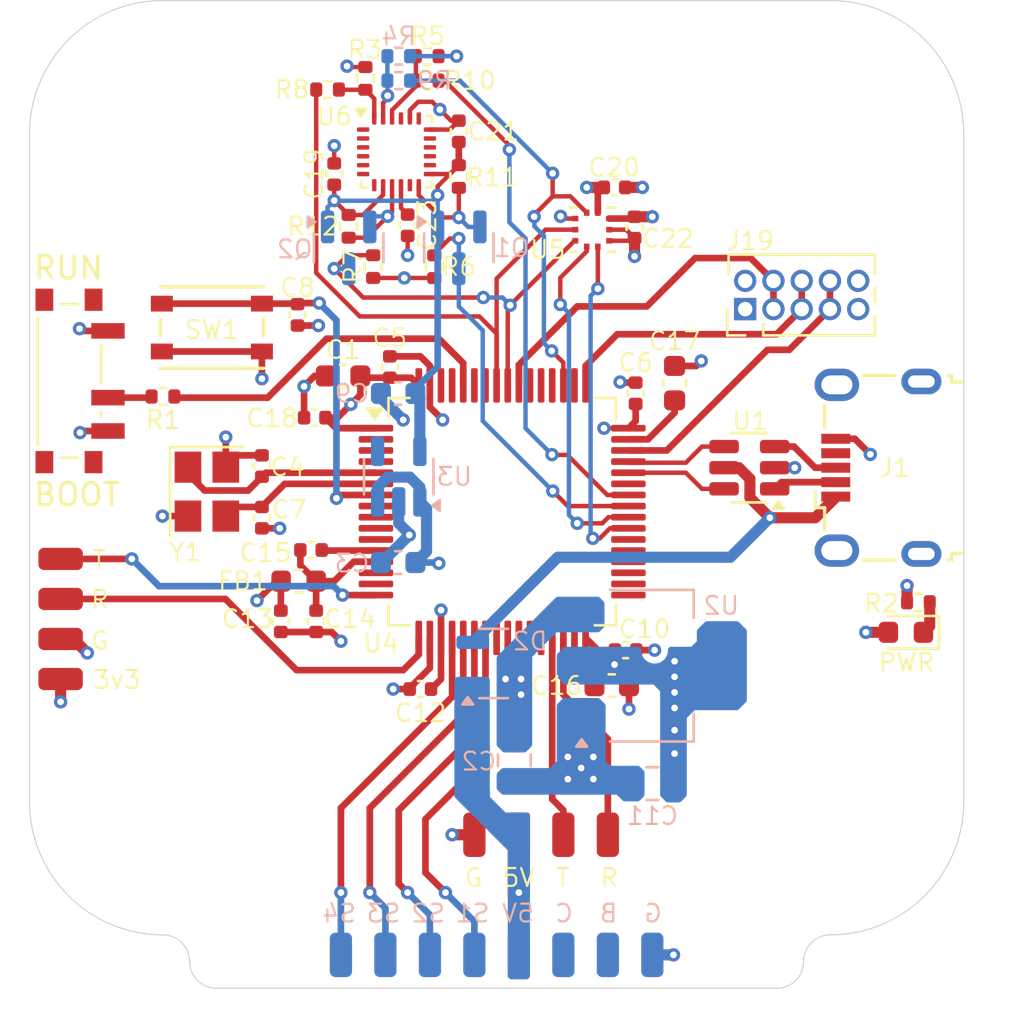
<source format=kicad_pcb>
(kicad_pcb (version 20241229) (generator "pcbnew") (generator_version "9.0")
  (layers (0 "F.Cu" signal) (4 "In1.Cu" signal) (6 "In2.Cu" signal) (2 "B.Cu" signal) (13 "F.Paste" user) (15 "B.Paste" user) (5 "F.SilkS" user "F.Silkscreen") (7 "B.SilkS" user "B.Silkscreen") (1 "F.Mask" user) (3 "B.Mask" user) (25 "Edge.Cuts" user))
  (net 0 "")
  (net 1 "GND")
  (net 2 "/HSE_IN")
  (net 3 "+3V3")
  (net 4 "+3.3VA")
  (net 5 "/HSE_OUT")
  (net 6 "/NRST")
  (net 7 "/V_MAIN")
  (net 8 "+5V")
  (net 9 "VBUS")
  (net 10 "/PWR_LED_K")
  (net 11 "/SW_BOOT0")
  (net 12 "/BOOT0")
  (net 13 "/USB_D+")
  (net 14 "/USB_D-")
  (net 15 "Net-(U4-VCAP_1)")
  (net 16 "Net-(U4-VCAP_2)")
  (net 18 "Net-(J1-D-)")
  (net 20 "Net-(J1-D+)")
  (net 25 "/SWO")
  (net 32 "+1V8")
  (net 42 "/SWDIO")
  (net 43 "/SWCLK")
  (net 46 "/IMU_MISO")
  (net 52 "/MISO")
  (net 57 "/IMU_INT")
  (net 58 "/INT1")
  (net 59 "/IMU_MOSI")
  (net 60 "/MOSI")
  (net 61 "/IMU_SCK")
  (net 62 "/SCK")
  (net 63 "/IMU_CS")
  (net 64 "/CS1")
  (net 66 "/BAT")
  (net 67 "/CRT")
  (net 68 "/S1")
  (net 69 "/S2")
  (net 70 "/S3")
  (net 71 "/S4")
  (net 73 "Net-(U6-REGOUT)")
  (net 75 "/CS2")
  (net 76 "/INT2")
  (net 90 "/GPS_TX")
  (net 91 "/GPS_RX")
  (net 92 "/ELRS_TX")
  (net 93 "/ELRS_RX")
  (footprint "Resistor_SMD:R_0402_1005Metric" (layer "F.Cu") (at 112.2 55.965 90)
    (property "Reference" "R6")
    (property "Value" "4.7k" (hide yes))
  )
  (footprint "Resistor_SMD:R_0402_1005Metric" (layer "F.Cu") (at 113.3 51.91 -90)
    (property "Reference" "R11")
    (property "Value" "4.7k" (hide yes))
  )
  (footprint "Resistor_SMD:R_0402_1005Metric" (layer "F.Cu") (at 109.1 47.5 -90)
    (property "Reference" "R3")
    (property "Value" "4.7k" (hide yes))
  )
  (footprint "Resistor_SMD:R_0402_1005Metric" (layer "F.Cu") (at 100 61.8)
    (property "Reference" "R1")
    (property "Value" "10k" (hide yes))
  )
  (footprint "Resistor_SMD:R_0402_1005Metric" (layer "F.Cu") (at 108.35 54.15 -90)
    (property "Reference" "R12")
    (property "Value" "4.7k" (hide yes))
  )
  (footprint "Connector_USB:USB_Micro-B_Wuerth_629105150521" (layer "F.Cu") (at 132.145 65 90)
    (property "Reference" "J1")
    (property "Value" "USB_B_Micro")
  )
  (footprint "Capacitor_SMD:C_0402_1005Metric" (layer "F.Cu") (at 120.8 73.2)
    (property "Reference" "C10")
    (property "Value" "100n" (hide yes))
  )
  (footprint "Resistor_SMD:R_0402_1005Metric" (layer "F.Cu") (at 133.96 71.05 180)
    (property "Reference" "R2")
    (property "Value" "1.5k" (hide yes))
  )
  (footprint "Button_Switch_SMD:SW_SPDT_PCM12" (layer "F.Cu") (at 96.1 61.1 -90)
    (property "Reference" "SW2" (hide yes))
    (property "Value" "SW_SPDT" (hide yes))
  )
  (footprint "Capacitor_SMD:C_0402_1005Metric" (layer "F.Cu") (at 107.7 51.8 90)
    (property "Reference" "C19")
    (property "Value" "100n" (hide yes))
  )
  (footprint "Capacitor_SMD:C_0402_1005Metric" (layer "F.Cu") (at 106.6575 68.7)
    (property "Reference" "C15")
    (property "Value" "1u" (hide yes))
  )
  (footprint "Sensor_Motion:InvenSense_QFN-24_3x3mm_P0.4mm" (layer "F.Cu") (at 110.5 50.8)
    (property "Reference" "U6")
    (property "Value" "ICM-20948" (hide yes))
  )
  (footprint "MountingHole:MountingHole_4mm" (layer "F.Cu") (at 100 50)
    (property "Reference" "H1" (hide yes))
    (property "Value" "MountingHole" (hide yes))
  )
  (footprint "Inductor_SMD:L_0603_1608Metric" (layer "F.Cu") (at 106.1 70.1 180)
    (property "Reference" "FB1")
    (property "Value" "120R @ 100MHz" (hide yes))
  )
  (footprint "Capacitor_SMD:C_0402_1005Metric" (layer "F.Cu") (at 106.8875 71.905 -90)
    (property "Reference" "C14")
    (property "Value" "10n" (hide yes))
  )
  (footprint "Connector_Wire:SolderWirePad_1x01_SMD_1x2mm" (layer "F.Cu") (at 114 81.5 180)
    (property "Reference" "J16" (hide yes))
    (property "Value" "GND" (hide yes))
  )
  (footprint "Connector_Wire:SolderWirePad_1x01_SMD_1x2mm" (layer "F.Cu") (at 95.4 74.5 -90)
    (property "Reference" "J11" (hide yes))
    (property "Value" "GPS_V_{IN}" (hide yes))
  )
  (footprint "Capacitor_SMD:C_0603_1608Metric" (layer "F.Cu") (at 123 61.2 90)
    (property "Reference" "C17")
    (property "Value" "2u2" (hide yes))
  )
  (footprint "Capacitor_SMD:C_0402_1005Metric" (layer "F.Cu") (at 106.05 58.13 -90)
    (property "Reference" "C8")
    (property "Value" "100n" (hide yes))
  )
  (footprint "Capacitor_SMD:C_0402_1005Metric" (layer "F.Cu") (at 120.3 52.4)
    (property "Reference" "C20")
    (property "Value" "100n" (hide yes))
  )
  (footprint "Capacitor_SMD:C_0402_1005Metric" (layer "F.Cu") (at 113.3 49.88 90)
    (property "Reference" "C21")
    (property "Value" "100n" (hide yes))
  )
  (footprint "MountingHole:MountingHole_4mm" (layer "F.Cu") (at 130 80)
    (property "Reference" "H4" (hide yes))
    (property "Value" "MountingHole" (hide yes))
  )
  (footprint "Sensor_Pressure:BMP390L" (layer "F.Cu") (at 119.3 54.3)
    (property "Reference" "U5")
    (property "Value" "BMP390L")
  )
  (footprint "Resistor_SMD:R_0402_1005Metric" (layer "F.Cu") (at 107.4 48 180)
    (property "Reference" "R8")
    (property "Value" "4.7k" (hide yes))
  )
  (footprint "Package_QFP:LQFP-64_10x10mm_P0.5mm" (layer "F.Cu") (at 115.25 66.975)
    (property "Reference" "U4")
    (property "Value" "STM32F405RGTx" (hide yes))
  )
  (footprint "Connector_Wire:SolderWirePad_1x01_SMD_1x2mm" (layer "F.Cu") (at 120 81.5 180)
    (property "Reference" "J18" (hide yes))
    (property "Value" "ELRS_RX" (hide yes))
  )
  (footprint "Connector_Wire:SolderWirePad_1x01_SMD_1x2mm" (layer "F.Cu") (at 95.4 69.1 -90)
    (property "Reference" "J12" (hide yes))
    (property "Value" "GPS_TX" (hide yes))
  )
  (footprint "Capacitor_SMD:C_0402_1005Metric" (layer "F.Cu") (at 110.2 60.475 90)
    (property "Reference" "C5")
    (property "Value" "100n" (hide yes))
  )
  (footprint "Capacitor_SMD:C_0402_1005Metric" (layer "F.Cu") (at 111 54.1 -90)
    (property "Reference" "C23")
    (property "Value" "100n" (hide yes))
  )
  (footprint "Connector_Wire:SolderWirePad_1x01_SMD_1x2mm" (layer "F.Cu") (at 118 81.5 180)
    (property "Reference" "J17" (hide yes))
    (property "Value" "ELRS_TX" (hide yes))
  )
  (footprint "Capacitor_SMD:C_0603_1608Metric" (layer "F.Cu") (at 108.1 60.875 180)
    (property "Reference" "C1")
    (property "Value" "4u7" (hide yes))
  )
  (footprint "Capacitor_SMD:C_0402_1005Metric" (layer "F.Cu") (at 111.575 74.95 180)
    (property "Reference" "C12")
    (property "Value" "100n" (hide yes))
  )
  (footprint "LED_SMD:LED_0603_1608Metric" (layer "F.Cu") (at 133.4 72.4 180)
    (property "Reference" "D1" (hide yes))
    (property "Value" "RED" (hide yes))
  )
  (footprint "Resistor_SMD:R_0402_1005Metric" (layer "F.Cu") (at 109.45 55.96 90)
    (property "Reference" "R7")
    (property "Value" "4.7k" (hide yes))
  )
  (footprint "Capacitor_SMD:C_0402_1005Metric" (layer "F.Cu") (at 106.825 62.75 180)
    (property "Reference" "C18")
    (property "Value" "1u" (hide yes))
  )
  (footprint "Resistor_SMD:R_0402_1005Metric" (layer "F.Cu") (at 111.88 47.6)
    (property "Reference" "R10")
    (property "Value" "4.7k" (hide yes))
  )
  (footprint "Capacitor_SMD:C_0402_1005Metric" (layer "F.Cu") (at 121.25 61.655 90)
    (property "Reference" "C6")
    (property "Value" "100n" (hide yes))
  )
  (footprint "Button_Switch_SMD:SW4_PTS815 SJM 250 SMTR LFS_CNK" (layer "F.Cu") (at 102.2 58.7)
    (property "Reference" "SW1")
    (property "Value" "PTS815SJM" (hide yes))
  )
  (footprint "Capacitor_SMD:C_0402_1005Metric" (layer "F.Cu") (at 105.3 71.905 -90)
    (property "Reference" "C13")
    (property "Value" "100n" (hide yes))
  )
  (footprint "Capacitor_SMD:C_0402_1005Metric" (layer "F.Cu") (at 104.45 67.245 -90)
    (property "Reference" "C7")
    (property "Value" "10p" (hide yes))
  )
  (footprint "MountingHole:MountingHole_4mm" (layer "F.Cu") (at 130 50)
    (property "Reference" "H2" (hide yes))
    (property "Value" "MountingHole" (hide yes))
  )
  (footprint "MountingHole:MountingHole_4mm" (layer "F.Cu") (at 100 80)
    (property "Reference" "H3" (hide yes))
    (property "Value" "MountingHole" (hide yes))
  )
  (footprint "Capacitor_SMD:C_0402_1005Metric" (layer "F.Cu") (at 104.45 64.925 90)
    (property "Reference" "C4")
    (property "Value" "10p" (hide yes))
  )
  (footprint "Crystal:Crystal_SMD_3225-4Pin_3.2x2.5mm" (layer "F.Cu") (at 101.975 66.075 -90)
    (property "Reference" "Y1")
    (property "Value" "8MHz" (hide yes))
  )
  (footprint "Resistor_SMD:R_0402_1005Metric" (layer "F.Cu") (at 111.88 46.5 180)
    (property "Reference" "R5")
    (property "Value" "4.7k" (hide yes))
  )
  (footprint "Capacitor_SMD:C_0603_1608Metric" (layer "F.Cu") (at 120.175 74.8)
    (property "Reference" "C16")
    (property "Value" "2u2" (hide yes))
  )
  (footprint "Package_TO_SOT_SMD:SOT-23-6" (layer "F.Cu") (at 126.3625 65 180)
    (property "Reference" "U1")
    (property "Value" "USBLC6-2SC6" (hide yes))
  )
  (footprint "Connector_Wire:SolderWirePad_1x01_SMD_1x2mm" (layer "F.Cu") (at 116 81.5 180)
    (property "Reference" "J15" (hide yes))
    (property "Value" "ELRS_V_{IN}" (hide yes))
  )
  (footprint "Capacitor_SMD:C_0402_1005Metric" (layer "F.Cu") (at 121.2 54.2 -90)
    (property "Reference" "C22")
    (property "Value" "100n" (hide yes))
  )
  (footprint "Connector_Wire:SolderWirePad_1x01_SMD_1x2mm" (layer "F.Cu") (at 95.4 70.9 -90)
    (property "Reference" "J14" (hide yes))
    (property "Value" "GPS_RX" (hide yes))
  )
  (footprint "Connector_Wire:SolderWirePad_1x01_SMD_1x2mm" (layer "F.Cu") (at 95.4 72.7 -90)
    (property "Reference" "J13" (hide yes))
    (property "Value" "GND" (hide yes))
  )
  (footprint "Connector_PinHeader_1.27mm:PinHeader_2x05_P1.27mm_Vertical" (layer "F.Cu") (at 126.175 57.87 90)
    (property "Reference" "J19")
    (property "Value" "Conn_02x05_Odd_Even" (hide yes))
  )
  (footprint "Connector_Wire:SolderWirePad_1x01_SMD_1x2mm" (layer "B.Cu") (at 112 86.9 180)
    (property "Reference" "J7" (hide yes))
    (property "Value" "S2" (hide yes))
  )
  (footprint "Connector_Wire:SolderWirePad_1x01_SMD_1x2mm" (layer "B.Cu") (at 114 86.9 180)
    (property "Reference" "J6" (hide yes))
    (property "Value" "S1" (hide yes))
  )
  (footprint "Connector_Wire:SolderWirePad_1x01_SMD_1x2mm" (layer "B.Cu") (at 118 86.9 180)
    (property "Reference" "J4" (hide yes))
    (property "Value" "CRT" (hide yes))
  )
  (footprint "Capacitor_SMD:C_0805_2012Metric" (layer "B.Cu") (at 122 79.2 180)
    (property "Reference" "C11")
    (property "Value" "22u" (hide yes))
  )
  (footprint "Capacitor_SMD:C_0603_1608Metric" (layer "B.Cu") (at 110.575 61.6625 180)
    (property "Reference" "C9")
    (property "Value" "1u" (hide yes))
  )
  (footprint "Resistor_SMD:R_0402_1005Metric" (layer "B.Cu") (at 110.6 47.6)
    (property "Reference" "R9")
    (property "Value" "4.7k" (hide yes))
  )
  (footprint "Connector_Wire:SolderWirePad_1x01_SMD_1x2mm" (layer "B.Cu") (at 108 86.9 180)
    (property "Reference" "J9" (hide yes))
    (property "Value" "S4" (hide yes))
  )
  (footprint "Package_TO_SOT_SMD:SOT-23" (layer "B.Cu") (at 108.35 55.1125 -90)
    (property "Reference" "Q2")
    (property "Value" "IRLML6244" (hide yes))
  )
  (footprint "Capacitor_SMD:C_0805_2012Metric" (layer "B.Cu") (at 115.8 78.15 -90)
    (property "Reference" "C2")
    (property "Value" "22u" (hide yes))
  )
  (footprint "Package_TO_SOT_SMD:SOT-23" (layer "B.Cu") (at 114.8625 73.8)
    (property "Reference" "D2")
    (property "Value" "BAT54C" (hide yes))
  )
  (footprint "Connector_Wire:SolderWirePad_1x01_SMD_1x2mm" (layer "B.Cu") (at 110 86.9 180)
    (property "Reference" "J8" (hide yes))
    (property "Value" "S3" (hide yes))
  )
  (footprint "Package_TO_SOT_SMD:SOT-23" (layer "B.Cu") (at 113.3 55.1125 -90)
    (property "Reference" "Q1")
    (property "Value" "IRLML6244" (hide yes))
  )
  (footprint "Connector_Wire:SolderWirePad_1x01_SMD_1x2mm" (layer "B.Cu") (at 120 86.9 180)
    (property "Reference" "J3" (hide yes))
    (property "Value" "BAT" (hide yes))
  )
  (footprint "Package_TO_SOT_SMD:SOT-223-3_TabPin2" (layer "B.Cu") (at 121.95 73.9)
    (property "Reference" "U2")
    (property "Value" "AMS1117-3.3" (hide yes))
  )
  (footprint "Package_TO_SOT_SMD:SOT-23-5" (layer "B.Cu") (at 110.6 65.4 90)
    (property "Reference" "U3")
    (property "Value" "TLV70018" (hide yes))
  )
  (footprint "Capacitor_SMD:C_0603_1608Metric" (layer "B.Cu") (at 110.575 69.2625 180)
    (property "Reference" "C3")
    (property "Value" "1u" (hide yes))
  )
  (footprint "Connector_Wire:SolderWirePad_1x01_SMD_1x2mm" (layer "B.Cu") (at 116 86.9 180)
    (property "Reference" "J5" (hide yes))
    (property "Value" "5V" (hide yes))
  )
  (footprint "Resistor_SMD:R_0402_1005Metric" (layer "B.Cu") (at 110.6 46.5 180)
    (property "Reference" "R4")
    (property "Value" "4.7k" (hide yes))
  )
  (footprint "Connector_Wire:SolderWirePad_1x01_SMD_1x2mm" (layer "B.Cu") (at 122 86.9 180)
    (property "Reference" "J2" (hide yes))
    (property "Value" "GND" (hide yes))
  )
  (gr_line (start 94 50) (end 94 80) (stroke (width 0.05)) (layer "Edge.Cuts"))
  (gr_line (start 102.4 88.4) (end 127.6 88.4) (stroke (width 0.05)) (layer "Edge.Cuts"))
  (gr_arc (start 94 50) (mid 95.757359 45.757359) (end 100 44) (stroke (width 0.05)) (layer "Edge.Cuts"))
  (gr_arc (start 130 44) (mid 134.242641 45.757359) (end 136 50) (stroke (width 0.05)) (layer "Edge.Cuts"))
  (gr_arc (start 100 86) (mid 100.848528 86.351472) (end 101.2 87.2) (stroke (width 0.05)) (layer "Edge.Cuts"))
  (gr_arc (start 136 80) (mid 134.242641 84.242641) (end 130 86) (stroke (width 0.05)) (layer "Edge.Cuts"))
  (gr_line (start 136 80) (end 136 50) (stroke (width 0.05)) (layer "Edge.Cuts"))
  (gr_arc (start 128.8 87.2) (mid 129.151472 86.351472) (end 130 86) (stroke (width 0.05)) (layer "Edge.Cuts"))
  (gr_arc (start 100 86) (mid 95.757359 84.242641) (end 94 80) (stroke (width 0.05)) (layer "Edge.Cuts"))
  (gr_arc (start 128.8 87.2) (mid 128.448528 88.048528) (end 127.6 88.4) (stroke (width 0.05)) (layer "Edge.Cuts"))
  (gr_line (start 130 44) (end 100 44) (stroke (width 0.05)) (layer "Edge.Cuts"))
  (gr_arc (start 102.4 88.4) (mid 101.551472 88.048528) (end 101.2 87.2) (stroke (width 0.05)) (layer "Edge.Cuts"))
  (gr_text "T" (at 117.6 83.9 0) (layer "F.SilkS") (effects (font (size 0.8 0.8) (thickness 0.1)) (justify left bottom)))
  (gr_text "G" (at 96.7 73.25 0) (layer "F.SilkS") (effects (font (size 0.8 0.8) (thickness 0.1)) (justify left bottom)))
  (gr_text "R" (at 119.6 83.9 0) (layer "F.SilkS") (effects (font (size 0.8 0.8) (thickness 0.1)) (justify left bottom)))
  (gr_text "R" (at 96.7 71.4 0) (layer "F.SilkS") (effects (font (size 0.8 0.8) (thickness 0.1)) (justify left bottom)))
  (gr_text "3v3" (at 96.8 75 0) (layer "F.SilkS") (effects (font (size 0.8 0.8) (thickness 0.1)) (justify left bottom)))
  (gr_text "T" (at 96.75 69.6 0) (layer "F.SilkS") (effects (font (size 0.8 0.8) (thickness 0.1)) (justify left bottom)))
  (gr_text "5V\n" (at 115.2 83.9 0) (layer "F.SilkS") (effects (font (size 0.8 0.8) (thickness 0.1)) (justify left bottom)))
  (gr_text "PWR" (at 132.1 74.225 0) (layer "F.SilkS") (effects (font (size 0.8 0.8) (thickness 0.1)) (justify left bottom)))
  (gr_text "RUN" (at 94.1 56.6 0) (layer "F.SilkS") (effects (font (size 1 1)) (justify left bottom)))
  (gr_text "G" (at 113.5 83.9 0) (layer "F.SilkS") (effects (font (size 0.8 0.8) (thickness 0.1)) (justify left bottom)))
  (gr_text "BOOT" (at 94.1 66.8 0) (layer "F.SilkS") (effects (font (size 1 1)) (justify left bottom)))
  (gr_text "S3" (at 110.75 85.5 0) (layer "B.SilkS") (effects (font (size 0.8 0.8) (thickness 0.1)) (justify left bottom mirror)))
  (gr_text "B" (at 120.5 85.5 0) (layer "B.SilkS") (effects (font (size 0.8 0.8) (thickness 0.1)) (justify left bottom mirror)))
  (gr_text "5V" (at 116.75 85.5 0) (layer "B.SilkS") (effects (font (size 0.8 0.8) (thickness 0.1)) (justify left bottom mirror)))
  (gr_text "C" (at 118.5 85.5 0) (layer "B.SilkS") (effects (font (size 0.8 0.8) (thickness 0.1)) (justify left bottom mirror)))
  (gr_text "S1" (at 114.75 85.5 0) (layer "B.SilkS") (effects (font (size 0.8 0.8) (thickness 0.1)) (justify left bottom mirror)))
  (gr_text "S4" (at 108.75 85.5 0) (layer "B.SilkS") (effects (font (size 0.8 0.8) (thickness 0.1)) (justify left bottom mirror)))
  (gr_text "S2" (at 112.75 85.5 0) (layer "B.SilkS") (effects (font (size 0.8 0.8) (thickness 0.1)) (justify left bottom mirror)))
  (gr_text "G" (at 122.5 85.5 -0) (layer "B.SilkS") (effects (font (size 0.8 0.8) (thickness 0.1)) (justify left bottom mirror)))
  (segment (start 112.1 48.55) (end 111.477226 48.55) (width 0.2) (layer "F.Cu") (net 1))
  (segment (start 109.575 68.725) (end 107.2375 68.725) (width 0.3) (layer "F.Cu") (net 1))
  (segment (start 107.585 72.385) (end 108 72.8) (width 0.3) (layer "F.Cu") (net 1))
  (segment (start 106.99 58.61) (end 106.05 58.61) (width 0.3) (layer "F.Cu") (net 1))
  (segment (start 105.25 67.725) (end 104.45 67.725) (width 0.3) (layer "F.Cu") (net 1))
  (segment (start 112.45 48.9) (end 112.1 48.55) (width 0.2) (layer "F.Cu") (net 1))
  (segment (start 112 61.3) (end 112 62.275) (width 0.3) (layer "F.Cu") (net 1))
  (segment (start 105.3 72.385) (end 106.8875 72.385) (width 0.3) (layer "F.Cu") (net 1))
  (segment (start 110.454534 68.725) (end 109.575 68.725) (width 0.3) (layer "F.Cu") (net 1))
  (segment (start 96.6 73.325) (end 95.975 72.7) (width 0.5) (layer "F.Cu") (net 1))
  (segment (start 123 60.425) (end 123.975 60.425) (width 0.3) (layer "F.Cu") (net 1))
  (segment (start 99.949999 59.774999) (end 104.450001 59.774999) (width 0.3) (layer "F.Cu") (net 1))
  (segment (start 111.095 74.90174) (end 111.59837 74.39837) (width 0.3) (layer "F.Cu") (net 1))
  (segment (start 121.08 54.8) (end 121.2 54.68) (width 0.2) (layer "F.Cu") (net 1))
  (segment (start 111.1 68.079534) (end 110.454534 68.725) (width 0.3) (layer "F.Cu") (net 1))
  (segment (start 110.35 74.95) (end 111.095 74.95) (width 0.3) (layer "F.Cu") (net 1))
  (segment (start 122.1 73.2) (end 121.28 73.2) (width 0.3) (layer "F.Cu") (net 1))
  (segment (start 120.575 61.175) (end 121.25 61.175) (width 0.3) (layer "F.Cu") (net 1))
  (segment (start 112 72.65) (end 112 74) (width 0.3) (layer "F.Cu") (net 1))
  (segment (start 111.477226 48.55) (end 111.1 48.927226) (width 0.2) (layer "F.Cu") (net 1))
  (segment (start 112.95 49.4) (end 112.45 48.9) (width 0.2) (layer "F.Cu") (net 1))
  (segment (start 121.2 55.5) (end 121.2 54.68) (width 0.5) (layer "F.Cu") (net 1))
  (segment (start 109.1 46.99) (end 108.315 46.99) (width 0.2) (layer "F.Cu") (net 1))
  (segment (start 120.0625 54.8) (end 121.08 54.8) (width 0.2) (layer "F.Cu") (net 1))
  (segment (start 99.975 67.175) (end 101.125 67.175) (width 0.3) (layer "F.Cu") (net 1))
  (segment (start 112 49.8) (end 112.9 49.8) (width 0.2) (layer "F.Cu") (net 1))
  (segment (start 131.1 63.7) (end 131.8 64.4) (width 0.3) (layer "F.Cu") (net 1))
  (segment (start 111.1 68.05) (end 111.1 68.079534) (width 0.3) (layer "F.Cu") (net 1))
  (segment (start 104.450001 61) (end 104.450001 59.774999) (width 0.3) (layer "F.Cu") (net 1))
  (segment (start 120.78 52.4) (end 121.55 52.4) (width 0.5) (layer "F.Cu") (net 1))
  (segment (start 114 81.5) (end 113 81.5) (width 0.5) (layer "F.Cu") (net 1))
  (segment (start 120.0625 54.3) (end 120.82 54.3) (width 0.2) (layer "F.Cu") (net 1))
  (segment (start 112 74) (end 111.6 74.4) (width 0.3) (layer "F.Cu") (net 1))
  (segment (start 120.82 54.3) (end 121.2 54.68) (width 0.2) (layer "F.Cu") (net 1))
  (segment (start 111.095 74.95) (end 111.095 74.90174) (width 0.3) (layer "F.Cu") (net 1))
  (segment (start 96.35 58.85) (end 97.53 58.85) (width 0.3) (layer "F.Cu") (net 1))
  (segment (start 111.574534 59.995) (end 112 60.420466) (width 0.3) (layer "F.Cu") (net 1))
  (segment (start 120.55 61.15) (end 120.575 61.175) (width 0.3) (layer "F.Cu") (net 1))
  (segment (start 130.245 63.7) (end 131.1 63.7) (width 0.3) (layer "F.Cu") (net 1))
  (segment (start 108.315 46.99) (end 108.275 46.95) (width 0.2) (layer "F.Cu") (net 1))
  (segment (start 113.3 49.4) (end 112.95 49.4) (width 0.2) (layer "F.Cu") (net 1))
  (segment (start 106.345 61.345) (end 106.815 60.875) (width 0.3) (layer "F.Cu") (net 1))
  (segment (start 128.398762 65.000001) (end 128.398761 65) (width 0.3) (layer "F.Cu") (net 1))
  (segment (start 95.975 72.7) (end 95.4 72.7) (width 0.5) (layer "F.Cu") (net 1))
  (segment (start 112.9 49.8) (end 113.3 49.4) (width 0.2) (layer "F.Cu") (net 1))
  (segment (start 112 62.275) (end 112.575 62.85) (width 0.3) (layer "F.Cu") (net 1))
  (segment (start 96.25 58.75) (end 96.35 58.85) (width 0.3) (layer "F.Cu") (net 1))
  (segment (start 117.975 53.8) (end 118.5375 53.8) (width 0.2) (layer "F.Cu") (net 1))
  (segment (start 111 54.58) (end 111 55.45) (width 0.2) (layer "F.Cu") (net 1))
  (segment (start 111.075 68.025) (end 111.1 68.05) (width 0.3) (layer "F.Cu") (net 1))
  (segment (start 112.39 46.5) (end 113.2 46.5) (width 0.2) (layer "F.Cu") (net 1))
  (segment (start 106.8875 72.385) (end 107.585 72.385) (width 0.3) (layer "F.Cu") (net 1))
  (segment (start 123.975 60.425) (end 124.2 60.2) (width 0.3) (layer "F.Cu") (net 1))
  (segment (start 120.95 75.85) (end 120.95 74.8) (width 0.3) (layer "F.Cu") (net 1))
  (segment (start 104.45 64.445) (end 103.355 64.445) (width 0.3) (layer "F.Cu") (net 1))
  (segment (start 106.345 61.345) (end 106.345 62.75) (width 0.3) (layer "F.Cu") (net 1))
  (segment (start 112 61.3) (end 112 60.420466) (width 0.3) (layer "F.Cu") (net 1))
  (segment (start 117.875 53.7) (end 117.975 53.8) (width 0.2) (layer "F.Cu") (net 1))
  (segment (start 106.815 60.875) (end 107.325 60.875) (width 0.3) (layer "F.Cu") (net 1))
  (segment (start 110.2 59.995) (end 111.574534 59.995) (width 0.3) (layer "F.Cu") (net 1))
  (segment (start 107.2375 68.725) (end 107.1375 68.625) (width 0.3) (layer "F.Cu") (net 1))
  (segment (start 111.1 48.927226) (end 111.1 49.3) (width 0.2) (layer "F.Cu") (net 1))
  (segment (start 103.355 64.445) (end 102.825 64.975) (width 0.3) (layer "F.Cu") (net 1))
  (segment (start 107.7 51.32) (end 107.7 50.525) (width 0.2) (layer "F.Cu") (net 1))
  (segment (start 102.825 63.625) (end 102.825 64.975) (width 0.3) (layer "F.Cu") (net 1))
  (segment (start 133.45 70.3) (end 133.45 71.05) (width 0.5) (layer "F.Cu") (net 1))
  (segment (start 128.398761 65) (end 127.5 65) (width 0.3) (layer "F.Cu") (net 1))
  (via (at 118.2 78) (size 0.6) (drill 0.3) (layers "F.Cu" "B.Cu") (net 1))
  (via (at 119.35 78) (size 0.6) (drill 0.3) (layers "F.Cu" "B.Cu") (net 1))
  (via (at 120.55 61.15) (size 0.6) (drill 0.3) (layers "F.Cu" "B.Cu") (net 1))
  (via (at 124.2 60.2) (size 0.6) (drill 0.3) (layers "F.Cu" "B.Cu") (net 1))
  (via (at 112.575 62.85) (size 0.6) (drill 0.3) (layers "F.Cu" "B.Cu") (net 1))
  (via (at 102.825 63.625) (size 0.6) (drill 0.3) (layers "F.Cu" "B.Cu") (net 1))
  (via (at 108.275 46.95) (size 0.6) (drill 0.3) (layers "F.Cu" "B.Cu") (net 1))
  (via (at 106.99 58.61) (size 0.6) (drill 0.3) (layers "F.Cu" "B.Cu") (net 1))
  (via (at 117.875 53.7) (size 0.6) (drill 0.3) (layers "F.Cu" "B.Cu") (net 1))
  (via (at 110.35 74.95) (size 0.6) (drill 0.3) (layers "F.Cu" "B.Cu") (net 1))
  (via (at 118.8 78.5) (size 0.6) (drill 0.3) (layers "F.Cu" "B.Cu") (net 1))
  (via (at 122.95 86.9) (size 0.6) (drill 0.3) (layers "F.Cu" "B.Cu") (net 1))
  (via (at 133.45 70.3) (size 0.6) (drill 0.3) (layers "F.Cu" "B.Cu") (net 1))
  (via (at 111 55.45) (size 0.6) (drill 0.3) (layers "F.Cu" "B.Cu") (net 1))
  (via (at 118.2 79) (size 0.6) (drill 0.3) (layers "F.Cu" "B.Cu") (net 1))
  (via (at 111.075 68.025) (size 0.6) (drill 0.3) (layers "F.Cu" "B.Cu") (net 1))
  (via (at 112.45 48.9) (size 0.6) (drill 0.3) (layers "F.Cu" "B.Cu") (net 1))
  (via (at 131.8 64.4) (size 0.6) (drill 0.3) (layers "F.Cu" "B.Cu") (net 1))
  (via (at 105.25 67.725) (size 0.6) (drill 0.3) (layers "F.Cu" "B.Cu") (net 1))
  (via (at 121.2 55.5) (size 0.6) (drill 0.3) (layers "F.Cu" "B.Cu") (net 1))
  (via (at 96.6 73.325) (size 0.6) (drill 0.3) (layers "F.Cu" "B.Cu") (net 1))
  (via (at 106.345 61.345) (size 0.6) (drill 0.3) (layers "F.Cu" "B.Cu") (net 1))
  (via (at 96.25 58.75) (size 0.6) (drill 0.3) (layers "F.Cu" "B.Cu") (net 1))
  (via (at 107.7 50.525) (size 0.6) (drill 0.3) (layers "F.Cu" "B.Cu") (net 1))
  (via (at 120.95 75.85) (size 0.6) (drill 0.3) (layers "F.Cu" "B.Cu") (net 1))
  (via (at 113 81.5) (size 0.6) (drill 0.3) (layers "F.Cu" "B.Cu") (net 1))
  (via (at 113.2 46.5) (size 0.6) (drill 0.3) (layers "F.Cu" "B.Cu") (net 1))
  (via (at 108 72.8) (size 0.6) (drill 0.3) (layers "F.Cu" "B.Cu") (net 1))
  (via (at 128.398762 65.000001) (size 0.6) (drill 0.3) (layers "F.Cu" "B.Cu") (net 1))
  (via (at 122.1 73.2) (size 0.6) (drill 0.3) (layers "F.Cu" "B.Cu") (net 1))
  (via (at 99.975 67.175) (size 0.6) (drill 0.3) (layers "F.Cu" "B.Cu") (net 1))
  (via (at 119.35 79) (size 0.6) (drill 0.3) (layers "F.Cu" "B.Cu") (net 1))
  (via (at 110.8 62.85) (size 0.6) (drill 0.3) (layers "F.Cu" "B.Cu") (net 1))
  (via (at 121.55 52.4) (size 0.6) (drill 0.3) (layers "F.Cu" "B.Cu") (net 1))
  (via (at 104.450001 61) (size 0.6) (drill 0.3) (layers "F.Cu" "B.Cu") (net 1))
  (segment (start 110.6 67.5) (end 110.6 66.5375) (width 0.5) (layer "B.Cu") (net 1))
  (segment (start 111.075 68.025) (end 109.8375 69.2625) (width 0.5) (layer "B.Cu") (net 1))
  (segment (start 109.8 61.85) (end 110.8 62.85) (width 0.5) (layer "B.Cu") (net 1))
  (segment (start 109.8 61.6625) (end 109.8 61.85) (width 0.5) (layer "B.Cu") (net 1))
  (segment (start 122.95 86.9) (end 122 86.9) (width 0.5) (layer "B.Cu") (net 1))
  (segment (start 111.075 68.025) (end 111.075 67.975) (width 0.5) (layer "B.Cu") (net 1))
  (segment (start 111.075 67.975) (end 110.6 67.5) (width 0.5) (layer "B.Cu") (net 1))
  (segment (start 109.8375 69.2625) (end 109.8 69.2625) (width 0.5) (layer "B.Cu") (net 1))
  (segment (start 111.11 46.5) (end 113.2 46.5) (width 0.2) (layer "B.Cu") (net 1))
  (segment (start 109.575 65.225) (end 104.63 65.225) (width 0.3) (layer "F.Cu") (net 2))
  (segment (start 104.63 65.225) (end 104.45 65.405) (width 0.3) (layer "F.Cu") (net 2))
  (segment (start 101.874 66.026) (end 103.829 66.026) (width 0.3) (layer "F.Cu") (net 2))
  (segment (start 101.125 65.277) (end 101.874 66.026) (width 0.3) (layer "F.Cu") (net 2))
  (segment (start 103.829 66.026) (end 104.45 65.405) (width 0.3) (layer "F.Cu") (net 2))
  (segment (start 101.125 64.975) (end 101.125 65.277) (width 0.3) (layer "F.Cu") (net 2))
  (segment (start 119.55 73.2) (end 119 72.65) (width 0.3) (layer "F.Cu") (net 3))
  (segment (start 108.955 60.955) (end 108.875 60.875) (width 0.3) (layer "F.Cu") (net 3))
  (segment (start 119.55 53.5375) (end 119.55 52.67) (width 0.3) (layer "F.Cu") (net 3))
  (segment (start 107.78 63.225) (end 107.305 62.75) (width 0.3) (layer "F.Cu") (net 3))
  (segment (start 131.6 72.4) (end 132.6125 72.4) (width 0.5) (layer "F.Cu") (net 3))
  (segment (start 119.825 63.225) (end 120.925 63.225) (width 0.2) (layer "F.Cu") (net 3))
  (segment (start 109.45 56.47) (end 110.85 56.47) (width 0.2) (layer "F.Cu") (net 3))
  (segment (start 95.4 75.525) (end 95.4 74.5) (width 0.5) (layer "F.Cu") (net 3))
  (segment (start 120.32 73.2) (end 119.75 73.2) (width 0.3) (layer "F.Cu") (net 3))
  (segment (start 105.1 70.1) (end 105.3125 70.1) (width 0.3) (layer "F.Cu") (net 3))
  (segment (start 112.5 74.505) (end 112.055 74.95) (width 0.3) (layer "F.Cu") (net 3))
  (segment (start 110.2 60.955) (end 108.955 60.955) (width 0.3) (layer "F.Cu") (net 3))
  (segment (start 122 53.72) (end 121.2 53.72) (width 0.5) (layer "F.Cu") (net 3))
  (segment (start 111.155 60.955) (end 111.5 61.3) (width 0.3) (layer "F.Cu") (net 3))
  (segment (start 107.305 62.75) (end 107.85 62.75) (width 0.3) (layer "F.Cu") (net 3))
  (segment (start 121.25 62.9) (end 120.925 63.225) (width 0.3) (layer "F.Cu") (net 3))
  (segment (start 119.82 52.4) (end 119.05 52.4) (width 0.5) (layer "F.Cu") (net 3))
  (segment (start 105.3 70.1125) (end 105.3125 70.1) (width 0.3) (layer "F.Cu") (net 3))
  (segment (start 110.2 60.955) (end 111.155 60.955) (width 0.3) (layer "F.Cu") (net 3))
  (segment (start 109.575 63.225) (end 107.78 63.225) (width 0.3) (layer "F.Cu") (net 3))
  (segment (start 110.12 60.875) (end 110.2 60.955) (width 0.3) (layer "F.Cu") (net 3))
  (segment (start 110.85 56.47) (end 112.195 56.47) (width 0.2) (layer "F.Cu") (net 3))
  (segment (start 112.14 56.47) (end 112.2 56.41) (width 0.2) (layer "F.Cu") (net 3))
  (segment (start 112.5 72.65) (end 112.5 71.4) (width 0.3) (layer "F.Cu") (net 3))
  (segment (start 120.32 73.2) (end 120.32 73.83) (width 0.2) (layer "F.Cu") (net 3))
  (segment (start 107.85 62.75) (end 108.45 62.15) (width 0.3) (layer "F.Cu") (net 3))
  (segment (start 119.75 73.2) (end 119.55 73.2) (width 0.3) (layer "F.Cu") (net 3))
  (segment (start 120.0625 53.8) (end 121.12 53.8) (width 0.3) (layer "F.Cu") (net 3))
  (segment (start 112.5 72.65) (end 112.5 74.505) (width 0.3) (layer "F.Cu") (net 3))
  (segment (start 112.195 56.47) (end 112.2 56.475) (width 0.2) (layer "F.Cu") (net 3))
  (segment (start 108.875 61.725) (end 108.45 62.15) (width 0.3) (layer "F.Cu") (net 3))
  (segment (start 108.875 60.875) (end 108.875 61.725) (width 0.3) (layer "F.Cu") (net 3))
  (segment (start 96.275 63.423751) (end 96.348751 63.35) (width 0.3) (layer "F.Cu") (net 3))
  (segment (start 104.225 70.975) (end 105.1 70.1) (width 0.3) (layer "F.Cu") (net 3))
  (segment (start 119.55 52.67) (end 119.82 52.4) (width 0.3) (layer "F.Cu") (net 3))
  (segment (start 121.25 62.135) (end 121.25 62.9) (width 0.3) (layer "F.Cu") (net 3))
  (segment (start 120.32 73.83) (end 120.3 73.85) (width 0.2) (layer "F.Cu") (net 3))
  (segment (start 121.12 53.8) (end 121.2 53.72) (width 0.3) (layer "F.Cu") (net 3))
  (segment (start 105.3 71.425) (end 105.3 70.1125) (width 0.3) (layer "F.Cu") (net 3))
  (segment (start 96.348751 63.35) (end 97.53 63.35) (width 0.3) (layer "F.Cu") (net 3))
  (via (at 131.6 72.4) (size 0.6) (drill 0.3) (layers "F.Cu" "B.Cu") (net 3))
  (via (at 112.5 71.4) (size 0.6) (drill 0.3) (layers "F.Cu" "B.Cu") (net 3))
  (via (at 120.3 73.85) (size 0.6) (drill 0.3) (layers "F.Cu" "B.Cu") (net 3))
  (via (at 123 77.85) (size 0.6) (drill 0.3) (layers "F.Cu" "B.Cu") (net 3))
  (via (at 123 74.4) (size 0.6) (drill 0.3) (layers "F.Cu" "B.Cu") (net 3))
  (via (at 110.85 56.47) (size 0.6) (drill 0.3) (layers "F.Cu" "B.Cu") (net 3))
  (via (at 123 76.8) (size 0.6) (drill 0.3) (layers "F.Cu" "B.Cu") (net 3))
  (via (at 96.275 63.423751) (size 0.6) (drill 0.3) (layers "F.Cu" "B.Cu") (net 3))
  (via (at 112.4 69.3) (size 0.6) (drill 0.3) (layers "F.Cu" "B.Cu") (net 3))
  (via (at 123 75.1) (size 0.6) (drill 0.3) (layers "F.Cu" "B.Cu") (net 3))
  (via (at 95.4 75.525) (size 0.6) (drill 0.3) (layers "F.Cu" "B.Cu") (net 3))
  (via (at 119.825 63.225) (size 0.6) (drill 0.3) (layers "F.Cu" "B.Cu") (net 3))
  (via (at 123 73.7) (size 0.6) (drill 0.3) (layers "F.Cu" "B.Cu") (net 3))
  (via (at 119.05 52.4) (size 0.6) (drill 0.3) (layers "F.Cu" "B.Cu") (net 3))
  (via (at 108.45 62.15) (size 0.6) (drill 0.3) (layers "F.Cu" "B.Cu") (net 3))
  (via (at 122 53.72) (size 0.6) (drill 0.3) (layers "F.Cu" "B.Cu") (net 3))
  (via (at 123 75.8) (size 0.6) (drill 0.3) (layers "F.Cu" "B.Cu") (net 3))
  (via (at 104.225 70.975) (size 0.6) (drill 0.3) (layers "F.Cu" "B.Cu") (net 3))
  (segment (start 110.101001 65.424) (end 111.098999 65.424) (width 0.5) (layer "B.Cu") (net 3))
  (segment (start 111.098999 65.424) (end 111.55 65.875001) (width 0.5) (layer "B.Cu") (net 3))
  (segment (start 111.85 68.7625) (end 111.35 69.2625) (width 0.5) (layer "B.Cu") (net 3))
  (segment (start 109.65 65.875001) (end 110.101001 65.424) (width 0.5) (layer "B.Cu") (net 3))
  (segment (start 109.65 66.5375) (end 109.65 65.875001) (width 0.5) (layer "B.Cu") (net 3))
  (segment (start 111.85 66.8375) (end 111.85 68.7625) (width 0.5) (layer "B.Cu") (net 3))
  (segment (start 111.55 66.5375) (end 111.85 66.8375) (width 0.5) (layer "B.Cu") (net 3))
  (segment (start 112.3625 69.2625) (end 112.4 69.3) (width 0.3) (layer "B.Cu") (net 3))
  (segment (start 111.55 65.875001) (end 111.55 66.5375) (width 0.5) (layer "B.Cu") (net 3))
  (segment (start 111.35 69.2625) (end 112.3625 69.2625) (width 0.3) (layer "B.Cu") (net 3))
  (segment (start 106.1775 69.39) (end 106.1775 68.7) (width 0.3) (layer "F.Cu") (net 4))
  (segment (start 108.575 69.225) (end 107.7 70.1) (width 0.3) (layer "F.Cu") (net 4))
  (segment (start 107.7 70.1) (end 106.8875 70.1) (width 0.3) (layer "F.Cu") (net 4))
  (segment (start 106.8875 71.425) (end 106.8875 70.1) (width 0.3) (layer "F.Cu") (net 4))
  (segment (start 109.575 69.225) (end 108.575 69.225) (width 0.3) (layer "F.Cu") (net 4))
  (segment (start 106.8875 70.1) (end 106.1775 69.39) (width 0.3) (layer "F.Cu") (net 4))
  (segment (start 105.475 65.725) (end 104.45 66.75) (width 0.3) (layer "F.Cu") (net 5))
  (segment (start 103.235 66.765) (end 104.45 66.765) (width 0.3) (layer "F.Cu") (net 5))
  (segment (start 109.575 65.725) (end 105.475 65.725) (width 0.3) (layer "F.Cu") (net 5))
  (segment (start 104.45 66.75) (end 104.45 66.765) (width 0.3) (layer "F.Cu") (net 5))
  (segment (start 102.825 67.175) (end 103.235 66.765) (width 0.3) (layer "F.Cu") (net 5))
  (segment (start 106.025001 57.625001) (end 106.05 57.65) (width 0.3) (layer "F.Cu") (net 6))
  (segment (start 107.95 66.225) (end 107.8 66.375) (width 0.3) (layer "F.Cu") (net 6))
  (segment (start 104.450001 57.625001) (end 106.025001 57.625001) (width 0.3) (layer "F.Cu") (net 6))
  (segment (start 99.949999 57.625001) (end 104.450001 57.625001) (width 0.3) (layer "F.Cu") (net 6))
  (segment (start 106.1 57.6) (end 106.05 57.65) (width 0.3) (layer "F.Cu") (net 6))
  (segment (start 107.025 57.6) (end 106.1 57.6) (width 0.3) (layer "F.Cu") (net 6))
  (segment (start 109.575 66.225) (end 107.95 66.225) (width 0.3) (layer "F.Cu") (net 6))
  (via (at 107.025 57.6) (size 0.6) (drill 0.3) (layers "F.Cu" "B.Cu") (net 6))
  (via (at 107.8 66.375) (size 0.6) (drill 0.3) (layers "F.Cu" "B.Cu") (net 6))
  (segment (start 107.025 57.6) (end 107.8 58.375) (width 0.3) (layer "B.Cu") (net 6))
  (segment (start 107.8 58.375) (end 107.8 66.375) (width 0.3) (layer "B.Cu") (net 6))
  (via (at 116.1 75.2) (size 0.6) (drill 0.3) (layers "F.Cu" "B.Cu") (net 7))
  (via (at 115.4 74.5) (size 0.6) (drill 0.3) (layers "F.Cu" "B.Cu") (net 7))
  (via (at 116.1 74.5) (size 0.6) (drill 0.3) (layers "F.Cu" "B.Cu") (net 7))
  (via (at 116 84.1) (size 0.6) (drill 0.3) (layers "F.Cu" "B.Cu") (net 8))
  (segment (start 127.2834 67.25) (end 129.321 67.25) (width 0.5) (layer "F.Cu") (net 9))
  (segment (start 125.225 65) (end 125.887499 65) (width 0.5) (layer "F.Cu") (net 9))
  (segment (start 126.3865 65.499001) (end 126.3865 66.3531) (width 0.5) (layer "F.Cu") (net 9))
  (segment (start 125.887499 65) (end 126.3865 65.499001) (width 0.5) (layer "F.Cu") (net 9))
  (segment (start 127.2834 67.25) (end 127.25 67.2834) (width 0.5) (layer "F.Cu") (net 9))
  (segment (start 129.321 67.25) (end 130.245 66.326) (width 0.5) (layer "F.Cu") (net 9))
  (segment (start 126.3865 66.3531) (end 127.2834 67.25) (width 0.5) (layer "F.Cu") (net 9))
  (via (at 127.2834 67.25) (size 0.6) (drill 0.3) (layers "F.Cu" "B.Cu") (net 9))
  (segment (start 117.75 69.025) (end 125.5084 69.025) (width 0.5) (layer "B.Cu") (net 9))
  (segment (start 125.5084 69.025) (end 127.2834 67.25) (width 0.5) (layer "B.Cu") (net 9))
  (segment (start 113.925 72.85) (end 117.75 69.025) (width 0.5) (layer "B.Cu") (net 9))
  (segment (start 134.47 71.05) (end 134.47 72.1175) (width 0.5) (layer "F.Cu") (net 10))
  (segment (start 134.47 72.1175) (end 134.1875 72.4) (width 0.5) (layer "F.Cu") (net 10))
  (segment (start 97.53 61.85) (end 99.44 61.85) (width 0.3) (layer "F.Cu") (net 11))
  (segment (start 99.44 61.85) (end 99.49 61.8) (width 0.3) (layer "F.Cu") (net 11))
  (segment (start 100.51 61.8) (end 100.561 61.851) (width 0.3) (layer "F.Cu") (net 12))
  (segment (start 112.4 59.2) (end 113.5 60.3) (width 0.3) (layer "F.Cu") (net 12))
  (segment (start 104.708327 61.851) (end 107.359327 59.2) (width 0.3) (layer "F.Cu") (net 12))
  (segment (start 113.5 60.3) (end 113.5 61.3) (width 0.3) (layer "F.Cu") (net 12))
  (segment (start 100.561 61.851) (end 104.708327 61.851) (width 0.3) (layer "F.Cu") (net 12))
  (segment (start 107.359327 59.2) (end 112.4 59.2) (width 0.3) (layer "F.Cu") (net 12))
  (segment (start 123.506249 64.775) (end 124.231249 64.05) (width 0.2) (layer "F.Cu") (net 13))
  (segment (start 124.231249 64.05) (end 125.225 64.05) (width 0.2) (layer "F.Cu") (net 13))
  (segment (start 120.925 64.725) (end 120.975 64.775) (width 0.2) (layer "F.Cu") (net 13))
  (segment (start 120.975 64.775) (end 123.506249 64.775) (width 0.2) (layer "F.Cu") (net 13))
  (segment (start 123.506249 65.225) (end 124.231249 65.95) (width 0.2) (layer "F.Cu") (net 14))
  (segment (start 124.231249 65.95) (end 125.225 65.95) (width 0.2) (layer "F.Cu") (net 14))
  (segment (start 120.925 65.225) (end 123.506249 65.225) (width 0.2) (layer "F.Cu") (net 14))
  (segment (start 119.4 74.8) (end 118.5 73.9) (width 0.3) (layer "F.Cu") (net 15))
  (segment (start 118.5 73.9) (end 118.5 72.65) (width 0.3) (layer "F.Cu") (net 15))
  (segment (start 120.925 63.725) (end 121.804534 63.725) (width 0.3) (layer "F.Cu") (net 16))
  (segment (start 123 61.975) (end 123 62.529534) (width 0.3) (layer "F.Cu") (net 16))
  (segment (start 123 62.529534) (end 121.804534 63.725) (width 0.3) (layer "F.Cu") (net 16))
  (segment (start 127.8 65.65) (end 130.245 65.65) (width 0.3) (layer "F.Cu") (net 18))
  (segment (start 127.5 65.95) (end 127.8 65.65) (width 0.3) (layer "F.Cu") (net 18))
  (segment (start 128.368 64.05) (end 129.318 65) (width 0.3) (layer "F.Cu") (net 20))
  (segment (start 127.5 64.05) (end 128.368 64.05) (width 0.3) (layer "F.Cu") (net 20))
  (segment (start 129.318 65) (end 130.245 65) (width 0.3) (layer "F.Cu") (net 20))
  (segment (start 127.445 57.87) (end 127.445 56.6) (width 0.3) (layer "F.Cu") (net 25))
  (segment (start 126.42 55.575) (end 123.925 55.575) (width 0.3) (layer "F.Cu") (net 25))
  (segment (start 116 60.375) (end 116 61.3) (width 0.3) (layer "F.Cu") (net 25))
  (segment (start 121.75 57.75) (end 118.625 57.75) (width 0.3) (layer "F.Cu") (net 25))
  (segment (start 118.625 57.75) (end 116 60.375) (width 0.3) (layer "F.Cu") (net 25))
  (segment (start 127.445 56.6) (end 126.42 55.575) (width 0.3) (layer "F.Cu") (net 25))
  (segment (start 123.925 55.575) (end 121.75 57.75) (width 0.3) (layer "F.Cu") (net 25))
  (segment (start 116 60.393176) (end 116 61.3) (width 0.3) (layer "F.Cu") (net 25))
  (segment (start 127.445 57.87) (end 127.445 58.202) (width 0.2) (layer "F.Cu") (net 25))
  (segment (start 109.9 52.7329) (end 108.9929 53.64) (width 0.2) (layer "F.Cu") (net 32))
  (segment (start 112.35 52.75) (end 112.35 52.35) (width 0.2) (layer "F.Cu") (net 32))
  (segment (start 113.3 51.4) (end 113.3 50.36) (width 0.3) (layer "F.Cu") (net 32))
  (segment (start 109.9 52.3) (end 109.9 52.7329) (width 0.2) (layer "F.Cu") (net 32))
  (segment (start 112 51.8) (end 112.9 51.8) (width 0.2) (layer "F.Cu") (net 32))
  (segment (start 108.9929 53.64) (end 108.35 53.64) (width 0.2) (layer "F.Cu") (net 32))
  (segment (start 112.9 51.8) (end 113.3 51.4) (width 0.2) (layer "F.Cu") (net 32))
  (segment (start 107.7 52.28) (end 107.7 52.99) (width 0.2) (layer "F.Cu") (net 32))
  (segment (start 107.7 52.99) (end 108.35 53.64) (width 0.2) (layer "F.Cu") (net 32))
  (segment (start 107.7 52.28) (end 107.62 52.28) (width 0.2) (layer "F.Cu") (net 32))
  (segment (start 112.35 52.35) (end 113.3 51.4) (width 0.2) (layer "F.Cu") (net 32))
  (via (at 112.35 52.75) (size 0.6) (drill 0.3) (layers "F.Cu" "B.Cu") (net 32))
  (via (at 107.7 52.99) (size 0.6) (drill 0.3) (layers "F.Cu" "B.Cu") (net 32))
  (segment (start 111.55 61.8625) (end 111.35 61.6625) (width 0.5) (layer "B.Cu") (net 32))
  (segment (start 112.35 54.125) (end 112.35 52.75) (width 0.2) (layer "B.Cu") (net 32))
  (segment (start 107.4 53.29) (end 107.7 52.99) (width 0.2) (layer "B.Cu") (net 32))
  (segment (start 107.4 54.175) (end 107.4 53.29) (width 0.2) (layer "B.Cu") (net 32))
  (segment (start 107.71 53) (end 107.7 52.99) (width 0.2) (layer "B.Cu") (net 32))
  (segment (start 111.35 61.6625) (end 111.35 61.45) (width 0.3) (layer "B.Cu") (net 32))
  (segment (start 112.35 52.75) (end 112.1 53) (width 0.2) (layer "B.Cu") (net 32))
  (segment (start 111.35 61.45) (end 112.35 60.45) (width 0.3) (layer "B.Cu") (net 32))
  (segment (start 111.55 64.2625) (end 111.55 61.8625) (width 0.5) (layer "B.Cu") (net 32))
  (segment (start 112.1 53) (end 107.71 53) (width 0.2) (layer "B.Cu") (net 32))
  (segment (start 112.35 60.45) (end 112.35 54.125) (width 0.3) (layer "B.Cu") (net 32))
  (segment (start 122.65 64.225) (end 127.175 59.7) (width 0.3) (layer "F.Cu") (net 42))
  (segment (start 129.985 57.87) (end 129.985 56.6) (width 0.3) (layer "F.Cu") (net 42))
  (segment (start 127.175 59.7) (end 128.155 59.7) (width 0.3) (layer "F.Cu") (net 42))
  (segment (start 120.925 64.225) (end 122.65 64.225) (width 0.3) (layer "F.Cu") (net 42))
  (segment (start 128.155 59.7) (end 129.985 57.87) (width 0.3) (layer "F.Cu") (net 42))
  (segment (start 128.715 56.6) (end 128.715 57.87) (width 0.3) (layer "F.Cu") (net 43))
  (segment (start 119 60.425) (end 119 61.3) (width 0.3) (layer "F.Cu") (net 43))
  (segment (start 127.585 59) (end 120.425 59) (width 0.3) (layer "F.Cu") (net 43))
  (segment (start 120.425 59) (end 119 60.425) (width 0.3) (layer "F.Cu") (net 43))
  (segment (start 128.715 57.87) (end 127.585 59) (width 0.3) (layer "F.Cu") (net 43))
  (segment (start 110.1 53.7) (end 110.3 53.5) (width 0.2) (layer "F.Cu") (net 46))
  (segment (start 110.3 53.5) (end 110.3 52.3) (width 0.2) (layer "F.Cu") (net 46))
  (segment (start 110.1 53.7) (end 109.14 54.66) (width 0.2) (layer "F.Cu") (net 46))
  (segment (start 109.14 54.66) (end 108.35 54.66) (width 0.2) (layer "F.Cu") (net 46))
  (via (at 110.1 53.7) (size 0.6) (drill 0.3) (layers "F.Cu" "B.Cu") (net 46))
  (segment (start 109.5 53.7) (end 109.3 53.9) (width 0.2) (layer "B.Cu") (net 46))
  (segment (start 110.1 53.7) (end 109.5 53.7) (width 0.2) (layer "B.Cu") (net 46))
  (segment (start 109.3 53.9) (end 109.3 54.175) (width 0.2) (layer "B.Cu") (net 46))
  (segment (start 115.60757 57.697848) (end 115.60757 57.69243) (width 0.2) (layer "F.Cu") (net 52))
  (segment (start 114.4 57.35) (end 109 57.35) (width 0.2) (layer "F.Cu") (net 52))
  (segment (start 118.5 54.8) (end 118.5375 54.8) (width 0.2) (layer "F.Cu") (net 52))
  (segment (start 109 57.35) (end 107.7 56.05) (width 0.2) (layer "F.Cu") (net 52))
  (segment (start 115.60757 57.69243) (end 118.5 54.8) (width 0.2) (layer "F.Cu") (net 52))
  (segment (start 107.7 56.05) (end 108.3 55.45) (width 0.2) (layer "F.Cu") (net 52))
  (segment (start 108.3 55.45) (end 109.45 55.45) (width 0.2) (layer "F.Cu") (net 52))
  (segment (start 115.549 61.251) (end 115.5 61.3) (width 0.2) (layer "F.Cu") (net 52))
  (segment (start 115.5 57.805418) (end 115.5 61.3) (width 0.2) (layer "F.Cu") (net 52))
  (segment (start 115.60757 57.697848) (end 115.5 57.805418) (width 0.2) (layer "F.Cu") (net 52))
  (via (at 114.4 57.35) (size 0.6) (drill 0.3) (layers "F.Cu" "B.Cu") (net 52))
  (via (at 107.7 56.05) (size 0.6) (drill 0.3) (layers "F.Cu" "B.Cu") (net 52))
  (via (at 115.60757 57.697848) (size 0.6) (drill 0.3) (layers "F.Cu" "B.Cu") (net 52))
  (segment (start 107.7 56.05) (end 108.35 56.05) (width 0.2) (layer "B.Cu") (net 52))
  (segment (start 114.4 57.35) (end 115.259722 57.35) (width 0.2) (layer "B.Cu") (net 52))
  (segment (start 115.259722 57.35) (end 115.60757 57.697848) (width 0.2) (layer "B.Cu") (net 52))
  (segment (start 113.3 52.42) (end 113.3 53.75) (width 0.2) (layer "F.Cu") (net 57))
  (segment (start 112.500057 53.75) (end 113.3 53.75) (width 0.2) (layer "F.Cu") (net 57))
  (segment (start 111.5 52.749943) (end 112.500057 53.75) (width 0.2) (layer "F.Cu") (net 57))
  (segment (start 111.5 52.3) (end 111.5 52.749943) (width 0.2) (layer "F.Cu") (net 57))
  (via (at 113.3 53.75) (size 0.6) (drill 0.3) (layers "F.Cu" "B.Cu") (net 57))
  (segment (start 113.725 54.175) (end 113.3 53.75) (width 0.2) (layer "B.Cu") (net 57))
  (segment (start 114.2 54.075) (end 114.25 54.125) (width 0.3) (layer "B.Cu") (net 57))
  (segment (start 114.25 54.175) (end 113.725 54.175) (width 0.2) (layer "B.Cu") (net 57))
  (segment (start 113.3 54.7) (end 112.89 54.7) (width 0.2) (layer "F.Cu") (net 58))
  (segment (start 117.525 66.05) (end 118.2 66.725) (width 0.2) (layer "F.Cu") (net 58))
  (segment (start 112.89 54.7) (end 112.2 55.39) (width 0.2) (layer "F.Cu") (net 58))
  (segment (start 118.2 66.725) (end 120.925 66.725) (width 0.2) (layer "F.Cu") (net 58))
  (via (at 113.3 54.7) (size 0.6) (drill 0.3) (layers "F.Cu" "B.Cu") (net 58))
  (via (at 117.525 66.05) (size 0.6) (drill 0.3) (layers "F.Cu" "B.Cu") (net 58))
  (segment (start 114.375 58.825) (end 113.3 57.75) (width 0.2) (layer "B.Cu") (net 58))
  (segment (start 113.3 56) (end 113.3 56.020654) (width 0.3) (layer "B.Cu") (net 58))
  (segment (start 114.375 62.9) (end 114.375 58.825) (width 0.2) (layer "B.Cu") (net 58))
  (segment (start 113.3 57.75) (end 113.3 56.05) (width 0.2) (layer "B.Cu") (net 58))
  (segment (start 113.3 56) (end 113.3 54.7) (width 0.2) (layer "B.Cu") (net 58))
  (segment (start 117.525 66.05) (end 114.375 62.9) (width 0.2) (layer "B.Cu") (net 58))
  (segment (start 109.5 49.3) (end 109.5 48.41) (width 0.2) (layer "F.Cu") (net 59))
  (segment (start 109.1 48.01) (end 107.92 48.01) (width 0.2) (layer "F.Cu") (net 59))
  (segment (start 109.5 48.41) (end 109.1 48.01) (width 0.2) (layer "F.Cu") (net 59))
  (segment (start 107.92 48.01) (end 107.91 48) (width 0.2) (layer "F.Cu") (net 59))
  (segment (start 106.89 56.240057) (end 108.849943 58.2) (width 0.2) (layer "F.Cu") (net 60))
  (segment (start 118.5375 54.3) (end 117.2 54.3) (width 0.2) (layer "F.Cu") (net 60))
  (segment (start 115 56.5) (end 115 61.3) (width 0.2) (layer "F.Cu") (net 60))
  (segment (start 108.849943 58.2) (end 114.225 58.2) (width 0.2) (layer "F.Cu") (net 60))
  (segment (start 117.2 54.3) (end 115 56.5) (width 0.2) (layer "F.Cu") (net 60))
  (segment (start 114.225 58.2) (end 115 58.975) (width 0.2) (layer "F.Cu") (net 60))
  (segment (start 115 58.975) (end 115 61.3) (width 0.2) (layer "F.Cu") (net 60))
  (segment (start 106.89 48) (end 106.89 56.240057) (width 0.2) (layer "F.Cu") (net 60))
  (segment (start 110.100735 48.275735) (end 110.076479 48.299991) (width 0.2) (layer "F.Cu") (net 61))
  (segment (start 110.076479 48.423521) (end 109.9 48.6) (width 0.2) (layer "F.Cu") (net 61))
  (segment (start 110.076479 48.299991) (end 110.076479 48.423521) (width 0.2) (layer "F.Cu") (net 61))
  (segment (start 109.9 48.6) (end 109.9 49.3) (width 0.2) (layer "F.Cu") (net 61))
  (via (at 110.100735 48.275735) (size 0.6) (drill 0.3) (layers "F.Cu" "B.Cu") (net 61))
  (segment (start 110.09 47.6) (end 110.09 46.5) (width 0.2) (layer "B.Cu") (net 61))
  (segment (start 110.100735 48.220865) (end 110.1 48.22013) (width 0.2) (layer "B.Cu") (net 61))
  (segment (start 110.1 47.61) (end 110.09 47.6) (width 0.2) (layer "B.Cu") (net 61))
  (segment (start 110.1 48.22013) (end 110.1 47.61) (width 0.2) (layer "B.Cu") (net 61))
  (segment (start 110.100735 48.275735) (end 110.100735 48.220865) (width 0.2) (layer "B.Cu") (net 61))
  (segment (start 117.525 52.8) (end 118.3125 52.8) (width 0.2) (layer "F.Cu") (net 62))
  (segment (start 117.517995 51.767995) (end 117.517995 52.792995) (width 0.2) (layer "F.Cu") (net 62))
  (segment (start 118.3125 52.8) (end 119.05 53.5375) (width 0.2) (layer "F.Cu") (net 62))
  (segment (start 117.475 59.75) (end 118 60.275) (width 0.2) (layer "F.Cu") (net 62))
  (segment (start 116.6875 53.7125) (end 116.6875 53.6375) (width 0.2) (layer "F.Cu") (net 62))
  (segment (start 117.517995 52.807005) (end 117.517995 52.792995) (width 0.2) (layer "F.Cu") (net 62))
  (segment (start 116.6875 53.6375) (end 117.517995 52.807005) (width 0.2) (layer "F.Cu") (net 62))
  (segment (start 118 60.275) (end 118 61.3) (width 0.2) (layer "F.Cu") (net 62))
  (segment (start 117.517995 52.792995) (end 117.525 52.8) (width 0.2) (layer "F.Cu") (net 62))
  (via (at 117.517995 51.767995) (size 0.6) (drill 0.3) (layers "F.Cu" "B.Cu") (net 62))
  (via (at 117.475 59.75) (size 0.6) (drill 0.3) (layers "F.Cu" "B.Cu") (net 62))
  (via (at 116.6875 53.7125) (size 0.6) (drill 0.3) (layers "F.Cu" "B.Cu") (net 62))
  (segment (start 116.7 53.725) (end 116.6875 53.7125) (width 0.2) (layer "B.Cu") (net 62))
  (segment (start 117.475 59.75) (end 117.125 59.4) (width 0.2) (layer "B.Cu") (net 62))
  (segment (start 117.125 54.575) (end 116.7 54.15) (width 0.2) (layer "B.Cu") (net 62))
  (segment (start 117.517995 51.767995) (end 113.35 47.6) (width 0.2) (layer "B.Cu") (net 62))
  (segment (start 117.125 59.4) (end 117.125 54.575) (width 0.2) (layer "B.Cu") (net 62))
  (segment (start 116.7 54.15) (end 116.7 53.725) (width 0.2) (layer "B.Cu") (net 62))
  (segment (start 113.35 47.6) (end 111.11 47.6) (width 0.2) (layer "B.Cu") (net 62))
  (segment (start 111.37 47.855) (end 111.37 47.6) (width 0.2) (layer "F.Cu") (net 63))
  (segment (start 111.37 47.6) (end 111.37 46.5) (width 0.2) (layer "F.Cu") (net 63))
  (segment (start 110.3 48.925) (end 111.37 47.855) (width 0.2) (layer "F.Cu") (net 63))
  (segment (start 110.3 49.3) (end 110.3 48.925) (width 0.2) (layer "F.Cu") (net 63))
  (segment (start 118.175 64.425) (end 119.975 66.225) (width 0.2) (layer "F.Cu") (net 64))
  (segment (start 115.575 50.515001) (end 112.659999 47.6) (width 0.2) (layer "F.Cu") (net 64))
  (segment (start 112.659999 47.6) (end 112.39 47.6) (width 0.2) (layer "F.Cu") (net 64))
  (segment (start 115.575 50.7) (end 115.575 50.515001) (width 0.2) (layer "F.Cu") (net 64))
  (segment (start 119.975 66.225) (end 120.925 66.225) (width 0.2) (layer "F.Cu") (net 64))
  (segment (start 117.4875 64.4125) (end 117.5 64.425) (width 0.2) (layer "F.Cu") (net 64))
  (segment (start 117.5 64.425) (end 118.175 64.425) (width 0.2) (layer "F.Cu") (net 64))
  (via (at 117.4875 64.4125) (size 0.6) (drill 0.3) (layers "F.Cu" "B.Cu") (net 64))
  (via (at 115.575 50.7) (size 0.6) (drill 0.3) (layers "F.Cu" "B.Cu") (net 64))
  (segment (start 116.299 54.6911) (end 116.299 63.224) (width 0.2) (layer "B.Cu") (net 64))
  (segment (start 116.299 63.224) (end 117.4875 64.4125) (width 0.2) (layer "B.Cu") (net 64))
  (segment (start 115.575 50.7) (end 115.575 53.9671) (width 0.2) (layer "B.Cu") (net 64))
  (segment (start 115.575 53.9671) (end 116.299 54.6911) (width 0.2) (layer "B.Cu") (net 64))
  (segment (start 112.7 84.1) (end 111.8 83.2) (width 0.3) (layer "F.Cu") (net 68))
  (segment (start 111.8 83.2) (end 111.8 80.8) (width 0.3) (layer "F.Cu") (net 68))
  (segment (start 114.5 78.1) (end 114.5 72.65) (width 0.3) (layer "F.Cu") (net 68))
  (segment (start 111.8 80.8) (end 114.5 78.1) (width 0.3) (layer "F.Cu") (net 68))
  (via (at 112.7 84.1) (size 0.6) (drill 0.3) (layers "F.Cu" "B.Cu") (net 68))
  (segment (start 114 85.4) (end 114 86.9) (width 0.3) (layer "B.Cu") (net 68))
  (segment (start 112.7 84.1) (end 114 85.4) (width 0.3) (layer "B.Cu") (net 68))
  (segment (start 110.6 80.4) (end 114 77) (width 0.3) (layer "F.Cu") (net 69))
  (segment (start 110.6 83.7) (end 110.6 80.4) (width 0.3) (layer "F.Cu") (net 69))
  (segment (start 114 77) (end 114 72.65) (width 0.3) (layer "F.Cu") (net 69))
  (segment (start 111 84.1) (end 110.6 83.7) (width 0.3) (layer "F.Cu") (net 69))
  (via (at 111 84.1) (size 0.6) (drill 0.3) (layers "F.Cu" "B.Cu") (net 69))
  (segment (start 111 84.1) (end 112 85.1) (width 0.3) (layer "B.Cu") (net 69))
  (segment (start 112 85.1) (end 112 86.9) (width 0.3) (layer "B.Cu") (net 69))
  (segment (start 109.3 84.1) (end 109.3 80.3) (width 0.3) (layer "F.Cu") (net 70))
  (segment (start 109.3 80.3) (end 113.5 76.1) (width 0.3) (layer "F.Cu") (net 70))
  (segment (start 113.5 76.1) (end 113.5 72.65) (width 0.3) (layer "F.Cu") (net 70))
  (via (at 109.3 84.1) (size 0.6) (drill 0.3) (layers "F.Cu" "B.Cu") (net 70))
  (segment (start 109.3 84.1) (end 110 84.8) (width 0.3) (layer "B.Cu") (net 70))
  (segment (start 110 84.8) (end 110 86.9) (width 0.3) (layer "B.Cu") (net 70))
  (segment (start 108 84.1) (end 108 80.3) (width 0.3) (layer "F.Cu") (net 71))
  (segment (start 113 75.3) (end 113 72.65) (width 0.3) (layer "F.Cu") (net 71))
  (segment (start 108 80.3) (end 113 75.3) (width 0.3) (layer "F.Cu") (net 71))
  (via (at 108 84.1) (size 0.6) (drill 0.3) (layers "F.Cu" "B.Cu") (net 71))
  (segment (start 108 84.1) (end 108 86.9) (width 0.3) (layer "B.Cu") (net 71))
  (segment (start 110.7 53.32) (end 111 53.62) (width 0.2) (layer "F.Cu") (net 73))
  (segment (start 110.7 52.3) (end 110.7 53.32) (width 0.2) (layer "F.Cu") (net 73))
  (segment (start 120.925 67.225) (end 120.025 67.225) (width 0.2) (layer "F.Cu") (net 75))
  (segment (start 119.05 55.275) (end 119.05 55.0625) (width 0.2) (layer "F.Cu") (net 75))
  (segment (start 119.75 67.5) (end 118.625 67.5) (width 0.2) (layer "F.Cu") (net 75))
  (segment (start 117.863235 57.663235) (end 117.863235 56.461765) (width 0.2) (layer "F.Cu") (net 75))
  (segment (start 120.025 67.225) (end 119.75 67.5) (width 0.2) (layer "F.Cu") (net 75))
  (segment (start 117.863235 56.461765) (end 119.05 55.275) (width 0.2) (layer "F.Cu") (net 75))
  (via (at 118.625 67.5) (size 0.6) (drill 0.3) (layers "F.Cu" "B.Cu") (net 75))
  (via (at 117.863235 57.663235) (size 0.6) (drill 0.3) (layers "F.Cu" "B.Cu") (net 75))
  (segment (start 118.25 58.05) (end 118.25 67.125) (width 0.2) (layer "B.Cu") (net 75))
  (segment (start 117.863235 57.663235) (end 118.25 58.05) (width 0.2) (layer "B.Cu") (net 75))
  (segment (start 118.25 67.125) (end 118.625 67.5) (width 0.2) (layer "B.Cu") (net 75))
  (segment (start 119.6421 68.175) (end 119.325 68.175) (width 0.2) (layer "F.Cu") (net 76))
  (segment (start 120.0921 67.725) (end 119.6421 68.175) (width 0.2) (layer "F.Cu") (net 76))
  (segment (start 119.55 56.95) (end 119.55 55.0625) (width 0.2) (layer "F.Cu") (net 76))
  (segment (start 120.925 67.725) (end 120.0921 67.725) (width 0.2) (layer "F.Cu") (net 76))
  (via (at 119.55 56.95) (size 0.6) (drill 0.3) (layers "F.Cu" "B.Cu") (net 76))
  (via (at 119.325 68.175) (size 0.6) (drill 0.3) (layers "F.Cu" "B.Cu") (net 76))
  (segment (start 119.225 68.075) (end 119.325 68.175) (width 0.2) (layer "B.Cu") (net 76))
  (segment (start 119.225 57.275) (end 119.225 68.075) (width 0.2) (layer "B.Cu") (net 76))
  (segment (start 119.55 56.95) (end 119.225 57.275) (width 0.2) (layer "B.Cu") (net 76))
  (segment (start 108.075 70.725) (end 109.575 70.725) (width 0.3) (layer "F.Cu") (net 90))
  (segment (start 95.4 69.1) (end 98.6 69.1) (width 0.3) (layer "F.Cu") (net 90))
  (via (at 108.075 70.725) (size 0.6) (drill 0.3) (layers "F.Cu" "B.Cu") (net 90))
  (via (at 98.6 69.1) (size 0.6) (drill 0.3) (layers "F.Cu" "B.Cu") (net 90))
  (segment (start 99.825 70.325) (end 107.675 70.325) (width 0.3) (layer "B.Cu") (net 90))
  (segment (start 98.6 69.1) (end 99.825 70.325) (width 0.3) (layer "B.Cu") (net 90))
  (segment (start 107.675 70.325) (end 108.075 70.725) (width 0.3) (layer "B.Cu") (net 90))
  (segment (start 102.80674 70.9) (end 106.00674 74.1) (width 0.3) (layer "F.Cu") (net 91))
  (segment (start 95.4 70.9) (end 102.80674 70.9) (width 0.3) (layer "F.Cu") (net 91))
  (segment (start 110.8 74.1) (end 111.5 73.4) (width 0.3) (layer "F.Cu") (net 91))
  (segment (start 106.00674 74.1) (end 110.8 74.1) (width 0.3) (layer "F.Cu") (net 91))
  (segment (start 111.5 73.4) (end 111.5 72.65) (width 0.3) (layer "F.Cu") (net 91))
  (segment (start 118 80.4) (end 117.5 79.9) (width 0.3) (layer "F.Cu") (net 92))
  (segment (start 117.5 79.9) (end 117.5 72.65) (width 0.3) (layer "F.Cu") (net 92))
  (segment (start 118 81.5) (end 118 80.4) (width 0.3) (layer "F.Cu") (net 92))
  (segment (start 118 75.2) (end 120 77.2) (width 0.3) (layer "F.Cu") (net 93))
  (segment (start 118 72.65) (end 118 75.2) (width 0.3) (layer "F.Cu") (net 93))
  (segment (start 120 77.2) (end 120 81.5) (width 0.3) (layer "F.Cu") (net 93))
  (zone (net 8) (net_name "+5V") (layer "F.Cu") (priority 3) (connect_pads yes (clearance 0.3)) (min_thickness 0.25) (fill yes (thermal_gap 0.5) (thermal_bridge_width 0.5))
    (polygon (pts (xy 115.5 80.5) (xy 116.5 80.5) (xy 116.5 84.4) (xy 115.5 84.4)))
  )
  (zone (net 3) (net_name "+3V3") (layer "B.Cu") (priority 6) (connect_pads yes (clearance 0.3)) (min_thickness 0.25) (fill yes (thermal_gap 0.5) (thermal_bridge_width 0.5))
    (polygon (pts (xy 126.25 75.5) (xy 125.85 75.9) (xy 123.9 75.9) (xy 123.55 76.25) (xy 123.55 79.75) (xy 123.25 80.05) (xy 122.65 80.05) (xy 122.35 79.75) (xy 122.35 75.05) (xy 122.05 74.75) (xy 118.05 74.75) (xy 117.7 74.4) (xy 117.7 73.4) (xy 118.05 73.05) (xy 123.75 73.05) (xy 124 72.8) (xy 124 72.3) (xy 124.4 71.9) (xy 125.85 71.9) (xy 126.25 72.3)))
  )
  (zone (net 1) (net_name "GND") (layer "B.Cu") (priority 5) (connect_pads yes (clearance 0.3)) (min_thickness 0.25) (fill yes (thermal_gap 0.5) (thermal_bridge_width 0.5))
    (polygon (pts (xy 115.25 78.5) (xy 115 78.75) (xy 115 79.45) (xy 115.25 79.7) (xy 120.4 79.7) (xy 120.7 80) (xy 121.4 80) (xy 121.65 79.75) (xy 121.65 78.65) (xy 121.4 78.4) (xy 120.1 78.4) (xy 119.9 78.2) (xy 119.9 75.65) (xy 119.6 75.35) (xy 118 75.35) (xy 117.7 75.65) (xy 117.7 78.2) (xy 117.4 78.5)))
  )
  (zone (net 7) (net_name "/V_MAIN") (layer "B.Cu") (priority 4) (connect_pads yes (clearance 0.3)) (min_thickness 0.25) (fill yes (thermal_gap 0.5) (thermal_bridge_width 0.5))
    (polygon (pts (xy 115 77.5) (xy 115.3 77.8) (xy 116.3 77.8) (xy 116.6 77.5) (xy 116.6 73.5) (xy 117.7 72.4) (xy 119.6 72.4) (xy 119.85 72.15) (xy 119.85 71.05) (xy 119.6 70.8) (xy 117.7 70.8) (xy 115 73.5)))
  )
  (zone (net 8) (net_name "+5V") (layer "B.Cu") (priority 2) (connect_pads yes (clearance 0.3)) (min_thickness 0.25) (fill yes (thermal_gap 0.5) (thermal_bridge_width 0.5))
    (polygon (pts (xy 116.4 88) (xy 116.5 87.9) (xy 116.5 80.6) (xy 116.4 80.5) (xy 115.4 80.5) (xy 114.7 79.8) (xy 114.7 74.5) (xy 114.6 74.4) (xy 113.2 74.4) (xy 113.1 74.5) (xy 113.1 79.8) (xy 115.5 82.2) (xy 115.5 87.9) (xy 115.6 88)))
  )
)
</source>
